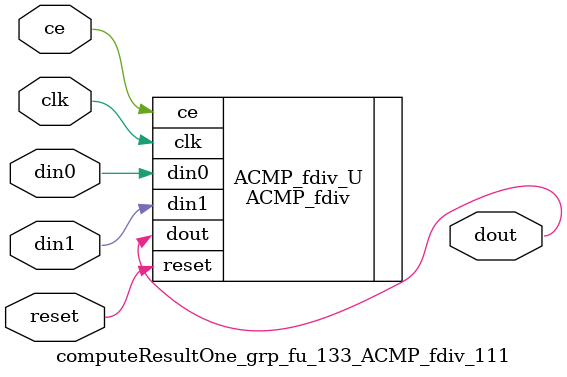
<source format=v>

`timescale 1 ns / 1 ps
module computeResultOne_grp_fu_133_ACMP_fdiv_111(
    clk,
    reset,
    ce,
    din0,
    din1,
    dout);

parameter ID = 32'd1;
parameter NUM_STAGE = 32'd1;
parameter din0_WIDTH = 32'd1;
parameter din1_WIDTH = 32'd1;
parameter dout_WIDTH = 32'd1;
input clk;
input reset;
input ce;
input[din0_WIDTH - 1:0] din0;
input[din1_WIDTH - 1:0] din1;
output[dout_WIDTH - 1:0] dout;



ACMP_fdiv #(
.ID( ID ),
.NUM_STAGE( 10 ),
.din0_WIDTH( din0_WIDTH ),
.din1_WIDTH( din1_WIDTH ),
.dout_WIDTH( dout_WIDTH ))
ACMP_fdiv_U(
    .clk( clk ),
    .reset( reset ),
    .ce( ce ),
    .din0( din0 ),
    .din1( din1 ),
    .dout( dout ));

endmodule

</source>
